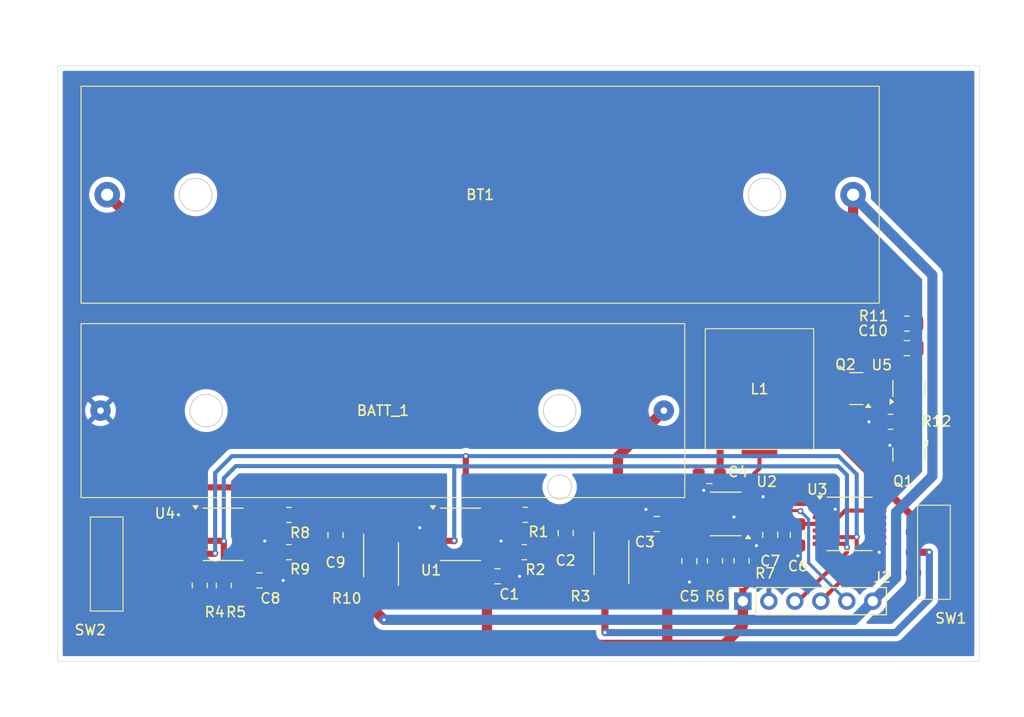
<source format=kicad_pcb>
(kicad_pcb (version 20241229) (generator "pcbnew") (generator_version "9.0")
  (title_block (title "Joule Thief 0") (date "2025-03-14") (rev "2") (company "Suneater Labs"))
  (layers (0 "F.Cu" signal) (2 "B.Cu" signal) (13 "F.Paste" user) (15 "B.Paste" user) (5 "F.SilkS" user "F.Silkscreen") (7 "B.SilkS" user "B.Silkscreen") (1 "F.Mask" user) (3 "B.Mask" user) (25 "Edge.Cuts" user))
  (net 0 "")
  (net 1 "+ALK")
  (net 2 "GND")
  (net 3 "LITH")
  (net 4 "Net-(BT1--)")
  (net 5 "V5+")
  (net 6 "Net-(C2-Pad1)")
  (net 7 "Net-(C2-Pad2)")
  (net 8 "Net-(SW1-B)")
  (net 9 "Net-(U2-AUX)")
  (net 10 "Net-(U2-LDO)")
  (net 11 "Net-(C9-Pad1)")
  (net 12 "Net-(C9-Pad2)")
  (net 13 "Net-(U5-VCC)")
  (net 14 "SDA")
  (net 15 "SHDN")
  (net 16 "SCL")
  (net 17 "Net-(U2-SWITCH)")
  (net 18 "Net-(Q1-D)")
  (net 19 "Net-(Q1-G)")
  (net 20 "Net-(Q2-G)")
  (net 21 "Net-(U1-IN+)")
  (net 22 "Net-(U1-IN-)")
  (net 23 "Net-(SW1-A)")
  (net 24 "Net-(U2-FB)")
  (net 25 "Net-(U4-IN+)")
  (net 26 "Net-(U4-IN-)")
  (net 27 "Net-(U5-CS)")
  (net 28 "MPPC")
  (net 34 "Net-(SW2-B)")
  (footprint "Joule Thief-Library:18650_Cell_Clip" (layer "F.Cu") (at 101.2475 42.405)
    (property "Reference" "BT1" (at 0 0 0) (layer "F.SilkS") (effects (font (thickness 0.16))))
    (property "Value" "Battery_Cell")
    (fp_circle (center -27.8 0) (end -26.2 0) (stroke (width 0.1)) (fill no) (layer "Edge.Cuts"))
    (fp_circle (center 27.8 0) (end 29.4 0) (stroke (width 0.1)) (fill no) (layer "Edge.Cuts"))
    (pad "1" thru_hole circle (at 36.45 0) (size 2.5 2.5) (drill 1.2) (layers "*.Cu" "*.Mask") (net 3 "LITH"))
    (pad "2" thru_hole circle (at -36.45 0) (size 2.5 2.5) (drill 1.2) (layers "*.Cu" "*.Mask") (net 4 "Net-(BT1--)"))
  )
  (footprint "Joule Thief-Library:AA_Cell_Clip" (layer "F.Cu") (at 91.7475 63.505)
    (property "Reference" "BATT_1" (at 0 0 0) (layer "F.SilkS") (effects (font (thickness 0.16))))
    (property "Value" "Alkaline AA")
    (fp_circle (center -17.27 0) (end -15.68 0) (stroke (width 0.1)) (fill no) (layer "Edge.Cuts"))
    (fp_circle (center 17.27 0) (end 18.86 0) (stroke (width 0.1)) (fill no) (layer "Edge.Cuts"))
    (fp_circle (center 17.27 7.47) (end 18.45 7.47) (stroke (width 0.1)) (fill no) (layer "Edge.Cuts"))
    (pad "1" thru_hole circle (at 27.46 0) (size 2 2) (drill 0.65) (layers "*.Cu" "*.Mask") (net 1 "+ALK"))
    (pad "2" thru_hole circle (at -27.6 0) (size 2 2) (drill 0.65) (layers "*.Cu" "*.Mask") (net 2 "GND"))
  )
  (footprint "Resistor_SMD:R_0805_2012Metric_Pad1.20x1.40mm_HandSolder" (layer "F.Cu") (at 105.66 73.69)
    (property "Reference" "R1" (at 1.29 1.66 0) (layer "F.SilkS") (effects (font (thickness 0.16))))
    (property "Value" "10")
    (pad "1" smd roundrect (at -1 0) (size 1.2 1.4) (layers "F.Cu" "F.Mask" "F.Paste") (roundrect_rratio 0.208333) (net 21 "Net-(U1-IN+)"))
    (pad "2" smd roundrect (at 1 0) (size 1.2 1.4) (layers "F.Cu" "F.Mask" "F.Paste") (roundrect_rratio 0.208333) (net 6 "Net-(C2-Pad1)"))
  )
  (footprint "Package_SO:TSSOP-14_4.4x5mm_P0.65mm" (layer "F.Cu") (at 137.35 74.575)
    (property "Reference" "U3" (at -3.15 -3.375 180) (layer "F.SilkS") (effects (font (thickness 0.16))))
    (property "Value" "AD5280")
    (pad "1" smd roundrect (at -2.8625 -1.95) (size 1.475 0.4) (layers "F.Cu" "F.Mask" "F.Paste") (net 28 "MPPC"))
    (pad "2" smd roundrect (at -2.8625 -1.3) (size 1.475 0.4) (layers "F.Cu" "F.Mask" "F.Paste") (net 28 "MPPC"))
    (pad "3" smd roundrect (at -2.8625 -0.65) (size 1.475 0.4) (layers "F.Cu" "F.Mask" "F.Paste") (net 2 "GND"))
    (pad "4" smd roundrect (at -2.8625 0) (size 1.475 0.4) (layers "F.Cu" "F.Mask" "F.Paste") (net 5 "V5+"))
    (pad "5" smd roundrect (at -2.8625 0.65) (size 1.475 0.4) (layers "F.Cu" "F.Mask" "F.Paste"))
    (pad "6" smd roundrect (at -2.8625 1.3) (size 1.475 0.4) (layers "F.Cu" "F.Mask" "F.Paste") (net 16 "SCL"))
    (pad "7" smd roundrect (at -2.8625 1.95) (size 1.475 0.4) (layers "F.Cu" "F.Mask" "F.Paste") (net 14 "SDA"))
    (pad "8" smd roundrect (at 2.8625 1.95) (size 1.475 0.4) (layers "F.Cu" "F.Mask" "F.Paste") (net 2 "GND"))
    (pad "9" smd roundrect (at 2.8625 1.3) (size 1.475 0.4) (layers "F.Cu" "F.Mask" "F.Paste") (net 2 "GND"))
    (pad "10" smd roundrect (at 2.8625 0.65) (size 1.475 0.4) (layers "F.Cu" "F.Mask" "F.Paste") (net 2 "GND"))
    (pad "11" smd roundrect (at 2.8625 0) (size 1.475 0.4) (layers "F.Cu" "F.Mask" "F.Paste") (net 2 "GND"))
    (pad "12" smd roundrect (at 2.8625 -0.65) (size 1.475 0.4) (layers "F.Cu" "F.Mask" "F.Paste"))
    (pad "13" smd roundrect (at 2.8625 -1.3) (size 1.475 0.4) (layers "F.Cu" "F.Mask" "F.Paste") (net 5 "V5+"))
    (pad "14" smd roundrect (at 2.8625 -1.95) (size 1.475 0.4) (layers "F.Cu" "F.Mask" "F.Paste"))
  )
  (footprint "Package_SO:MSOP-12_3x4.039mm_P0.65mm" (layer "F.Cu") (at 125.25 73.6 180)
    (property "Reference" "U2" (at -4 3.15 0) (layer "F.SilkS") (effects (font (thickness 0.16))))
    (property "Value" "LTC3105xMS")
    (pad "1" smd roundrect (at -2.15 -1.625 180) (size 1.45 0.4) (layers "F.Cu" "F.Mask" "F.Paste") (net 24 "Net-(U2-FB)"))
    (pad "2" smd roundrect (at -2.15 -0.975 180) (size 1.45 0.4) (layers "F.Cu" "F.Mask" "F.Paste") (net 10 "Net-(U2-LDO)"))
    (pad "3" smd roundrect (at -2.15 -0.325 180) (size 1.45 0.4) (layers "F.Cu" "F.Mask" "F.Paste") (net 2 "GND"))
    (pad "4" smd roundrect (at -2.15 0.325 180) (size 1.45 0.4) (layers "F.Cu" "F.Mask" "F.Paste") (net 15 "SHDN"))
    (pad "5" smd roundrect (at -2.15 0.975 180) (size 1.45 0.4) (layers "F.Cu" "F.Mask" "F.Paste") (net 28 "MPPC"))
    (pad "6" smd roundrect (at -2.15 1.625 180) (size 1.45 0.4) (layers "F.Cu" "F.Mask" "F.Paste") (net 2 "GND"))
    (pad "7" smd roundrect (at 2.15 1.625 180) (size 1.45 0.4) (layers "F.Cu" "F.Mask" "F.Paste") (net 2 "GND"))
    (pad "8" smd roundrect (at 2.15 0.975 180) (size 1.45 0.4) (layers "F.Cu" "F.Mask" "F.Paste") (net 23 "Net-(SW1-A)"))
    (pad "9" smd roundrect (at 2.15 0.325 180) (size 1.45 0.4) (layers "F.Cu" "F.Mask" "F.Paste") (net 17 "Net-(U2-SWITCH)"))
    (pad "10" smd roundrect (at 2.15 -0.325 180) (size 1.45 0.4) (layers "F.Cu" "F.Mask" "F.Paste"))
    (pad "11" smd roundrect (at 2.15 -0.975 180) (size 1.45 0.4) (layers "F.Cu" "F.Mask" "F.Paste") (net 5 "V5+"))
    (pad "12" smd roundrect (at 2.15 -1.625 180) (size 1.45 0.4) (layers "F.Cu" "F.Mask" "F.Paste") (net 9 "Net-(U2-AUX)"))
  )
  (footprint "Capacitor_SMD:C_0805_2012Metric_Pad1.18x1.45mm_HandSolder" (layer "F.Cu") (at 118.5 74.5875)
    (property "Reference" "C3" (at -1.15 1.75 0) (layer "F.SilkS") (effects (font (thickness 0.16))))
    (property "Value" "100u")
    (pad "1" smd roundrect (at -1.0375 0) (size 1.175 1.45) (layers "F.Cu" "F.Mask" "F.Paste") (roundrect_rratio 0.212766) (net 2 "GND"))
    (pad "2" smd roundrect (at 1.0375 0) (size 1.175 1.45) (layers "F.Cu" "F.Mask" "F.Paste") (roundrect_rratio 0.212766) (net 5 "V5+"))
  )
  (footprint "Resistor_SMD:R_0805_2012Metric_Pad1.20x1.40mm_HandSolder" (layer "F.Cu") (at 141.35 64.6)
    (property "Reference" "R12" (at 4.5 -0.05 0) (layer "F.SilkS") (effects (font (thickness 0.16))))
    (property "Value" "1k")
    (pad "1" smd roundrect (at -1 0) (size 1.2 1.4) (layers "F.Cu" "F.Mask" "F.Paste") (roundrect_rratio 0.208333) (net 2 "GND"))
    (pad "2" smd roundrect (at 1 0) (size 1.2 1.4) (layers "F.Cu" "F.Mask" "F.Paste") (roundrect_rratio 0.208333) (net 27 "Net-(U5-CS)"))
  )
  (footprint "Resistor_SMD:R_0805_2012Metric_Pad1.20x1.40mm_HandSolder" (layer "F.Cu") (at 124.2 78.175 90)
    (property "Reference" "R6" (at -3.475 0 180) (layer "F.SilkS") (effects (font (thickness 0.16))))
    (property "Value" "910k")
    (pad "1" smd roundrect (at -1 0 90) (size 1.2 1.4) (layers "F.Cu" "F.Mask" "F.Paste") (roundrect_rratio 0.208333) (net 5 "V5+"))
    (pad "2" smd roundrect (at 1 0 90) (size 1.2 1.4) (layers "F.Cu" "F.Mask" "F.Paste") (roundrect_rratio 0.208333) (net 24 "Net-(U2-FB)"))
  )
  (footprint "Resistor_SMD:R_0805_2012Metric_Pad1.20x1.40mm_HandSolder" (layer "F.Cu") (at 82.56 73.7025)
    (property "Reference" "R8" (at 1.09 1.7475 0) (layer "F.SilkS") (effects (font (thickness 0.16))))
    (property "Value" "10")
    (pad "1" smd roundrect (at -1 0) (size 1.2 1.4) (layers "F.Cu" "F.Mask" "F.Paste") (roundrect_rratio 0.208333) (net 25 "Net-(U4-IN+)"))
    (pad "2" smd roundrect (at 1 0) (size 1.2 1.4) (layers "F.Cu" "F.Mask" "F.Paste") (roundrect_rratio 0.208333) (net 12 "Net-(C9-Pad2)"))
  )
  (footprint "Resistor_SMD:R_0805_2012Metric_Pad1.20x1.40mm_HandSolder" (layer "F.Cu") (at 82.56 77.34)
    (property "Reference" "R9" (at 1.09 1.66 0) (layer "F.SilkS") (effects (font (thickness 0.16))))
    (property "Value" "10")
    (pad "1" smd roundrect (at -1 0) (size 1.2 1.4) (layers "F.Cu" "F.Mask" "F.Paste") (roundrect_rratio 0.208333) (net 26 "Net-(U4-IN-)"))
    (pad "2" smd roundrect (at 1 0) (size 1.2 1.4) (layers "F.Cu" "F.Mask" "F.Paste") (roundrect_rratio 0.208333) (net 11 "Net-(C9-Pad1)"))
  )
  (footprint "Capacitor_SMD:C_0805_2012Metric_Pad1.18x1.45mm_HandSolder" (layer "F.Cu") (at 109.61 75.49 -90)
    (property "Reference" "C2" (at 2.66 0.01 180) (layer "F.SilkS") (effects (font (thickness 0.16))))
    (property "Value" "0.1u")
    (pad "1" smd roundrect (at -1.0375 0 270) (size 1.175 1.45) (layers "F.Cu" "F.Mask" "F.Paste") (roundrect_rratio 0.212766) (net 6 "Net-(C2-Pad1)"))
    (pad "2" smd roundrect (at 1.0375 0 270) (size 1.175 1.45) (layers "F.Cu" "F.Mask" "F.Paste") (roundrect_rratio 0.212766) (net 7 "Net-(C2-Pad2)"))
  )
  (footprint "Package_TO_SOT_SMD:SOT-23" (layer "F.Cu") (at 143.15 67.8 -90)
    (property "Reference" "Q1" (at 2.6 0.55 180) (layer "F.SilkS") (effects (font (thickness 0.16))))
    (property "Value" "AO3400A")
    (pad "1" smd roundrect (at -0.9375 -0.95 270) (size 1.475 0.6) (layers "F.Cu" "F.Mask" "F.Paste") (net 19 "Net-(Q1-G)"))
    (pad "2" smd roundrect (at -0.9375 0.95 270) (size 1.475 0.6) (layers "F.Cu" "F.Mask" "F.Paste") (net 2 "GND"))
    (pad "3" smd roundrect (at 0.9375 0 270) (size 1.475 0.6) (layers "F.Cu" "F.Mask" "F.Paste") (net 18 "Net-(Q1-D)"))
  )
  (footprint "Capacitor_SMD:C_0805_2012Metric_Pad1.18x1.45mm_HandSolder" (layer "F.Cu") (at 87.1125 75.665 90)
    (property "Reference" "C9" (at -2.685 0 180) (layer "F.SilkS") (effects (font (thickness 0.16))))
    (property "Value" "0.1u")
    (pad "1" smd roundrect (at -1.0375 0 90) (size 1.175 1.45) (layers "F.Cu" "F.Mask" "F.Paste") (roundrect_rratio 0.212766) (net 11 "Net-(C9-Pad1)"))
    (pad "2" smd roundrect (at 1.0375 0 90) (size 1.175 1.45) (layers "F.Cu" "F.Mask" "F.Paste") (roundrect_rratio 0.212766) (net 12 "Net-(C9-Pad2)"))
  )
  (footprint "Capacitor_SMD:C_0805_2012Metric_Pad1.18x1.45mm_HandSolder" (layer "F.Cu") (at 121.7 78.2125 -90)
    (property "Reference" "C5" (at 3.4375 0 180) (layer "F.SilkS") (effects (font (thickness 0.16))))
    (property "Value" "1u")
    (pad "1" smd roundrect (at -1.0375 0 270) (size 1.175 1.45) (layers "F.Cu" "F.Mask" "F.Paste") (roundrect_rratio 0.212766) (net 9 "Net-(U2-AUX)"))
    (pad "2" smd roundrect (at 1.0375 0 270) (size 1.175 1.45) (layers "F.Cu" "F.Mask" "F.Paste") (roundrect_rratio 0.212766) (net 2 "GND"))
  )
  (footprint "Connector_PinSocket_2.54mm:PinSocket_1x06_P2.54mm_Vertical" (layer "F.Cu") (at 126.925 82.125 90)
    (property "Reference" "J2" (at 2.325 13.625 180) (layer "F.SilkS") (effects (font (thickness 0.16))))
    (property "Value" "Conn_01x06_Socket")
    (pad "1" thru_hole rect (at 0 0 90) (size 1.7 1.7) (drill 1) (layers "*.Cu" "*.Mask") (net 5 "V5+"))
    (pad "2" thru_hole oval (at 0 2.54 90) (size 1.7 1.7) (drill 1) (layers "*.Cu" "*.Mask") (net 2 "GND"))
    (pad "3" thru_hole oval (at 0 5.08 90) (size 1.7 1.7) (drill 1) (layers "*.Cu" "*.Mask") (net 14 "SDA"))
    (pad "4" thru_hole oval (at 0 7.62 90) (size 1.7 1.7) (drill 1) (layers "*.Cu" "*.Mask") (net 16 "SCL"))
    (pad "5" thru_hole oval (at 0 10.16 90) (size 1.7 1.7) (drill 1) (layers "*.Cu" "*.Mask") (net 15 "SHDN"))
    (pad "6" thru_hole oval (at 0 12.7 90) (size 1.7 1.7) (drill 1) (layers "*.Cu" "*.Mask") (net 3 "LITH"))
  )
  (footprint "Resistor_SMD:R_0805_2012Metric_Pad1.20x1.40mm_HandSolder" (layer "F.Cu") (at 105.56 77.34)
    (property "Reference" "R2" (at 1.09 1.71 0) (layer "F.SilkS") (effects (font (thickness 0.16))))
    (property "Value" "10")
    (pad "1" smd roundrect (at -1 0) (size 1.2 1.4) (layers "F.Cu" "F.Mask" "F.Paste") (roundrect_rratio 0.208333) (net 22 "Net-(U1-IN-)"))
    (pad "2" smd roundrect (at 1 0) (size 1.2 1.4) (layers "F.Cu" "F.Mask" "F.Paste") (roundrect_rratio 0.208333) (net 7 "Net-(C2-Pad2)"))
  )
  (footprint "Package_TO_SOT_SMD:SOT-23-6" (layer "F.Cu") (at 143.15 61.3375 90)
    (property "Reference" "U5" (at 2.2875 -2.65 0) (layer "F.SilkS") (effects (font (thickness 0.16))))
    (property "Value" "DW01A")
    (pad "1" smd roundrect (at -1.1375 -0.95 90) (size 1.325 0.6) (layers "F.Cu" "F.Mask" "F.Paste") (net 20 "Net-(Q2-G)"))
    (pad "2" smd roundrect (at -1.1375 0 90) (size 1.325 0.6) (layers "F.Cu" "F.Mask" "F.Paste") (net 27 "Net-(U5-CS)"))
    (pad "3" smd roundrect (at -1.1375 0.95 90) (size 1.325 0.6) (layers "F.Cu" "F.Mask" "F.Paste") (net 19 "Net-(Q1-G)"))
    (pad "4" smd roundrect (at 1.1375 0.95 90) (size 1.325 0.6) (layers "F.Cu" "F.Mask" "F.Paste"))
    (pad "5" smd roundrect (at 1.1375 0 90) (size 1.325 0.6) (layers "F.Cu" "F.Mask" "F.Paste") (net 13 "Net-(U5-VCC)"))
    (pad "6" smd roundrect (at 1.1375 -0.95 90) (size 1.325 0.6) (layers "F.Cu" "F.Mask" "F.Paste") (net 4 "Net-(BT1--)"))
  )
  (footprint "Capacitor_SMD:C_0805_2012Metric_Pad1.18x1.45mm_HandSolder" (layer "F.Cu") (at 123.65 69.9 180)
    (property "Reference" "C4" (at -2.8 0.4 0) (layer "F.SilkS") (effects (font (thickness 0.16))))
    (property "Value" "10u")
    (pad "1" smd roundrect (at -1.0375 0 180) (size 1.175 1.45) (layers "F.Cu" "F.Mask" "F.Paste") (roundrect_rratio 0.212766) (net 23 "Net-(SW1-A)"))
    (pad "2" smd roundrect (at 1.0375 0 180) (size 1.175 1.45) (layers "F.Cu" "F.Mask" "F.Paste") (roundrect_rratio 0.212766) (net 2 "GND"))
  )
  (footprint "Package_TO_SOT_SMD:SOT-23" (layer "F.Cu") (at 138.0125 61.35 180)
    (property "Reference" "Q2" (at 1.0625 2.35 0) (layer "F.SilkS") (effects (font (thickness 0.16))))
    (property "Value" "AO3400A")
    (pad "1" smd roundrect (at -0.9375 -0.95 180) (size 1.475 0.6) (layers "F.Cu" "F.Mask" "F.Paste") (net 20 "Net-(Q2-G)"))
    (pad "2" smd roundrect (at -0.9375 0.95 180) (size 1.475 0.6) (layers "F.Cu" "F.Mask" "F.Paste") (net 4 "Net-(BT1--)"))
    (pad "3" smd roundrect (at 0.9375 0 180) (size 1.475 0.6) (layers "F.Cu" "F.Mask" "F.Paste") (net 18 "Net-(Q1-D)"))
  )
  (footprint "Capacitor_SMD:C_0805_2012Metric_Pad1.18x1.45mm_HandSolder" (layer "F.Cu") (at 129.6 75.6375 -90)
    (property "Reference" "C7" (at 2.5625 0 180) (layer "F.SilkS") (effects (font (thickness 0.16))))
    (property "Value" "4.7u")
    (pad "1" smd roundrect (at -1.0375 0 270) (size 1.175 1.45) (layers "F.Cu" "F.Mask" "F.Paste") (roundrect_rratio 0.212766) (net 10 "Net-(U2-LDO)"))
    (pad "2" smd roundrect (at 1.0375 0 270) (size 1.175 1.45) (layers "F.Cu" "F.Mask" "F.Paste") (roundrect_rratio 0.212766) (net 2 "GND"))
  )
  (footprint "Capacitor_SMD:C_0805_2012Metric_Pad1.18x1.45mm_HandSolder" (layer "F.Cu") (at 132.3 75.65 -90)
    (property "Reference" "C6" (at 3.05 0 180) (layer "F.SilkS") (effects (font (thickness 0.16))))
    (property "Value" "0.1u")
    (pad "1" smd roundrect (at -1.0375 0 270) (size 1.175 1.45) (layers "F.Cu" "F.Mask" "F.Paste") (roundrect_rratio 0.212766) (net 5 "V5+"))
    (pad "2" smd roundrect (at 1.0375 0 270) (size 1.175 1.45) (layers "F.Cu" "F.Mask" "F.Paste") (roundrect_rratio 0.212766) (net 2 "GND"))
  )
  (footprint "Resistor_SMD:R_Shunt_Vishay_WSK2512_6332Metric_T1.19mm" (layer "F.Cu") (at 91.565 78.07 -90)
    (property "Reference" "R10" (at 3.78 3.365 180) (layer "F.SilkS") (effects (font (thickness 0.16))))
    (property "Value" "0.1R")
    (pad "1" smd roundrect (at -2.985 -0.635 270) (size 2.29 2.03) (layers "F.Cu" "F.Mask" "F.Paste") (roundrect_rratio 0.12) (net 34 "Net-(SW2-B)"))
    (pad "2" smd roundrect (at -3.43 1.27 270) (size 1.4 0.76) (layers "F.Cu" "F.Mask" "F.Paste") (roundrect_rratio 0.12) (net 12 "Net-(C9-Pad2)"))
    (pad "3" smd roundrect (at 3.43 -1.27 270) (size 1.4 0.76) (layers "F.Cu" "F.Mask" "F.Paste") (net 11 "Net-(C9-Pad1)"))
    (pad "4" smd roundrect (at 2.985 0.635 270) (size 2.29 2.03) (layers "F.Cu" "F.Mask" "F.Paste") (roundrect_rratio 0.12) (net 3 "LITH"))
  )
  (footprint "Package_SO:SOIC-8_3.9x4.9mm_P1.27mm" (layer "F.Cu") (at 76.135 75.595)
    (property "Reference" "U4" (at -5.685 -2.045 0) (layer "F.SilkS") (effects (font (thickness 0.16))))
    (property "Value" "INA219AxD")
    (pad "1" smd roundrect (at -2.475 -1.905) (size 1.95 0.6) (layers "F.Cu" "F.Mask" "F.Paste") (net 2 "GND"))
    (pad "2" smd roundrect (at -2.475 -0.635) (size 1.95 0.6) (layers "F.Cu" "F.Mask" "F.Paste") (net 5 "V5+"))
    (pad "3" smd roundrect (at -2.475 0.635) (size 1.95 0.6) (layers "F.Cu" "F.Mask" "F.Paste") (net 14 "SDA"))
    (pad "4" smd roundrect (at -2.475 1.905) (size 1.95 0.6) (layers "F.Cu" "F.Mask" "F.Paste") (net 16 "SCL"))
    (pad "5" smd roundrect (at 2.475 1.905) (size 1.95 0.6) (layers "F.Cu" "F.Mask" "F.Paste") (net 5 "V5+"))
    (pad "6" smd roundrect (at 2.475 0.635) (size 1.95 0.6) (layers "F.Cu" "F.Mask" "F.Paste") (net 2 "GND"))
    (pad "7" smd roundrect (at 2.475 -0.635) (size 1.95 0.6) (layers "F.Cu" "F.Mask" "F.Paste") (net 26 "Net-(U4-IN-)"))
    (pad "8" smd roundrect (at 2.475 -1.905) (size 1.95 0.6) (layers "F.Cu" "F.Mask" "F.Paste") (net 25 "Net-(U4-IN+)"))
  )
  (footprint "Resistor_SMD:R_Shunt_Vishay_WSK2512_6332Metric_T1.19mm" (layer "F.Cu") (at 114.08 77.87 -90)
    (property "Reference" "R3" (at 3.78 3.03 180) (layer "F.SilkS") (effects (font (thickness 0.16))))
    (property "Value" "0.1R")
    (pad "1" smd roundrect (at -2.985 -0.635 270) (size 2.29 2.03) (layers "F.Cu" "F.Mask" "F.Paste") (roundrect_rratio 0.12) (net 1 "+ALK"))
    (pad "2" smd roundrect (at -3.43 1.27 270) (size 1.4 0.76) (layers "F.Cu" "F.Mask" "F.Paste") (roundrect_rratio 0.12) (net 6 "Net-(C2-Pad1)"))
    (pad "3" smd roundrect (at 3.43 -1.27 270) (size 1.4 0.76) (layers "F.Cu" "F.Mask" "F.Paste") (net 7 "Net-(C2-Pad2)"))
    (pad "4" smd roundrect (at 2.985 0.635 270) (size 2.29 2.03) (layers "F.Cu" "F.Mask" "F.Paste") (roundrect_rratio 0.12) (net 8 "Net-(SW1-B)"))
  )
  (footprint "Joule Thief-Library:Power_Inductor_101040" (layer "F.Cu") (at 128.55 61.4 -90)
    (property "Reference" "L1" (at 0 0 0) (layer "F.SilkS") (effects (font (thickness 0.16))))
    (property "Value" "10u")
    (pad "1" smd roundrect (at -4.75 0) (size 3.5 4) (layers "F.Cu" "F.Mask" "F.Paste") (roundrect_rratio 0.15) (net 23 "Net-(SW1-A)"))
    (pad "2" smd roundrect (at 4.75 0) (size 3.5 4) (layers "F.Cu" "F.Mask" "F.Paste") (roundrect_rratio 0.15) (net 17 "Net-(U2-SWITCH)"))
  )
  (footprint "Resistor_SMD:R_0805_2012Metric_Pad1.20x1.40mm_HandSolder" (layer "F.Cu") (at 126.8 78.175 -90)
    (property "Reference" "R7" (at 1.225 -2.3 180) (layer "F.SilkS") (effects (font (thickness 0.16))))
    (property "Value" "220k")
    (pad "1" smd roundrect (at -1 0 270) (size 1.2 1.4) (layers "F.Cu" "F.Mask" "F.Paste") (roundrect_rratio 0.208333) (net 24 "Net-(U2-FB)"))
    (pad "2" smd roundrect (at 1 0 270) (size 1.2 1.4) (layers "F.Cu" "F.Mask" "F.Paste") (roundrect_rratio 0.208333) (net 2 "GND"))
  )
  (footprint "Resistor_SMD:R_0805_2012Metric_Pad1.20x1.40mm_HandSolder" (layer "F.Cu") (at 142.95 55 180)
    (property "Reference" "R11" (at 3.25 0.75 0) (layer "F.SilkS") (effects (font (thickness 0.16))))
    (property "Value" "100")
    (pad "1" smd roundrect (at -1 0 180) (size 1.2 1.4) (layers "F.Cu" "F.Mask" "F.Paste") (roundrect_rratio 0.208333) (net 13 "Net-(U5-VCC)"))
    (pad "2" smd roundrect (at 1 0 180) (size 1.2 1.4) (layers "F.Cu" "F.Mask" "F.Paste") (roundrect_rratio 0.208333) (net 3 "LITH"))
  )
  (footprint "Capacitor_SMD:C_0805_2012Metric_Pad1.18x1.45mm_HandSolder" (layer "F.Cu") (at 79.69 80.1025)
    (property "Reference" "C8" (at 1.06 1.7475 180) (layer "F.SilkS") (effects (font (thickness 0.16))))
    (property "Value" "0.1u")
    (pad "1" smd roundrect (at -1.0375 0) (size 1.175 1.45) (layers "F.Cu" "F.Mask" "F.Paste") (roundrect_rratio 0.212766) (net 5 "V5+"))
    (pad "2" smd roundrect (at 1.0375 0) (size 1.175 1.45) (layers "F.Cu" "F.Mask" "F.Paste") (roundrect_rratio 0.212766) (net 2 "GND"))
  )
  (footprint "Joule Thief-Library:SMD_DPST_Switch" (layer "F.Cu") (at 145.6 77.35 -90)
    (property "Reference" "SW1" (at 6.45 -1.65 0) (layer "F.SilkS") (effects (font (thickness 0.16))))
    (property "Value" "SW_SPST")
    (pad "1" smd roundrect (at -2 2) (size 1.5 0.6) (layers "F.Cu" "F.Mask" "F.Paste") (roundrect_rratio 0.15) (net 23 "Net-(SW1-A)"))
    (pad "2" smd roundrect (at 0 2) (size 1.5 0.6) (layers "F.Cu" "F.Mask" "F.Paste") (roundrect_rratio 0.15) (net 8 "Net-(SW1-B)"))
    (pad "3" smd roundrect (at 2 2) (size 1.5 0.6) (layers "F.Cu" "F.Mask" "F.Paste") (roundrect_rratio 0.15))
    (pad "4" smd roundrect (at -2 -2) (size 1.5 0.6) (layers "F.Cu" "F.Mask" "F.Paste") (roundrect_rratio 0.15))
    (pad "5" smd roundrect (at 0 -2) (size 1.5 0.6) (layers "F.Cu" "F.Mask" "F.Paste") (roundrect_rratio 0.15))
    (pad "6" smd roundrect (at 2 -2) (size 1.5 0.6) (layers "F.Cu" "F.Mask" "F.Paste") (roundrect_rratio 0.15))
  )
  (footprint "Resistor_SMD:R_0805_2012Metric_Pad1.20x1.40mm_HandSolder" (layer "F.Cu") (at 76.2 80.6 90)
    (property "Reference" "R5" (at -2.6 1.2 0) (layer "F.SilkS") (effects (font (thickness 0.16))))
    (property "Value" "4.7k")
    (pad "1" smd roundrect (at -1 0 90) (size 1.2 1.4) (layers "F.Cu" "F.Mask" "F.Paste") (roundrect_rratio 0.208333) (net 5 "V5+"))
    (pad "2" smd roundrect (at 1 0 90) (size 1.2 1.4) (layers "F.Cu" "F.Mask" "F.Paste") (roundrect_rratio 0.208333) (net 14 "SDA"))
  )
  (footprint "Resistor_SMD:R_0805_2012Metric_Pad1.20x1.40mm_HandSolder" (layer "F.Cu") (at 73.85 80.6 90)
    (property "Reference" "R4" (at -2.6 1.45 0) (layer "F.SilkS") (effects (font (thickness 0.16))))
    (property "Value" "4.7k")
    (pad "1" smd roundrect (at -1 0 90) (size 1.2 1.4) (layers "F.Cu" "F.Mask" "F.Paste") (roundrect_rratio 0.208333) (net 5 "V5+"))
    (pad "2" smd roundrect (at 1 0 90) (size 1.2 1.4) (layers "F.Cu" "F.Mask" "F.Paste") (roundrect_rratio 0.208333) (net 16 "SCL"))
  )
  (footprint "Capacitor_SMD:C_0805_2012Metric_Pad1.18x1.45mm_HandSolder" (layer "F.Cu") (at 102.9525 79.6975)
    (property "Reference" "C1" (at 1.1475 1.7525 0) (layer "F.SilkS") (effects (font (thickness 0.16))))
    (property "Value" "0.1u")
    (pad "1" smd roundrect (at -1.0375 0) (size 1.175 1.45) (layers "F.Cu" "F.Mask" "F.Paste") (roundrect_rratio 0.212766) (net 5 "V5+"))
    (pad "2" smd roundrect (at 1.0375 0) (size 1.175 1.45) (layers "F.Cu" "F.Mask" "F.Paste") (roundrect_rratio 0.212766) (net 2 "GND"))
  )
  (footprint "Package_SO:SOIC-8_3.9x4.9mm_P1.27mm" (layer "F.Cu") (at 99.335 75.595)
    (property "Reference" "U1" (at -2.885 3.505 0) (layer "F.SilkS") (effects (font (thickness 0.16))))
    (property "Value" "INA219AxD")
    (pad "1" smd roundrect (at -2.475 -1.905) (size 1.95 0.6) (layers "F.Cu" "F.Mask" "F.Paste") (net 2 "GND"))
    (pad "2" smd roundrect (at -2.475 -0.635) (size 1.95 0.6) (layers "F.Cu" "F.Mask" "F.Paste") (net 2 "GND"))
    (pad "3" smd roundrect (at -2.475 0.635) (size 1.95 0.6) (layers "F.Cu" "F.Mask" "F.Paste") (net 14 "SDA"))
    (pad "4" smd roundrect (at -2.475 1.905) (size 1.95 0.6) (layers "F.Cu" "F.Mask" "F.Paste") (net 16 "SCL"))
    (pad "5" smd roundrect (at 2.475 1.905) (size 1.95 0.6) (layers "F.Cu" "F.Mask" "F.Paste") (net 5 "V5+"))
    (pad "6" smd roundrect (at 2.475 0.635) (size 1.95 0.6) (layers "F.Cu" "F.Mask" "F.Paste") (net 2 "GND"))
    (pad "7" smd roundrect (at 2.475 -0.635) (size 1.95 0.6) (layers "F.Cu" "F.Mask" "F.Paste") (net 22 "Net-(U1-IN-)"))
    (pad "8" smd roundrect (at 2.475 -1.905) (size 1.95 0.6) (layers "F.Cu" "F.Mask" "F.Paste") (net 21 "Net-(U1-IN+)"))
  )
  (footprint "Capacitor_SMD:C_0805_2012Metric_Pad1.18x1.45mm_HandSolder" (layer "F.Cu") (at 142.95 57.4 180)
    (property "Reference" "C10" (at 3.3 1.7 0) (layer "F.SilkS") (effects (font (thickness 0.16))))
    (property "Value" "0.1u")
    (pad "1" smd roundrect (at -1.0375 0 180) (size 1.175 1.45) (layers "F.Cu" "F.Mask" "F.Paste") (roundrect_rratio 0.212766) (net 13 "Net-(U5-VCC)"))
    (pad "2" smd roundrect (at 1.0375 0 180) (size 1.175 1.45) (layers "F.Cu" "F.Mask" "F.Paste") (roundrect_rratio 0.212766) (net 4 "Net-(BT1--)"))
  )
  (footprint "Joule Thief-Library:SMD_DPST_Switch" (layer "F.Cu") (at 64.75 78.5 90)
    (property "Reference" "SW2" (at -6.45 -1.6 0) (layer "F.SilkS") (effects (font (thickness 0.16))))
    (property "Value" "SW_SPST")
    (pad "1" smd roundrect (at -2 2 180) (size 1.5 0.6) (layers "F.Cu" "F.Mask" "F.Paste") (roundrect_rratio 0.15) (net 5 "V5+"))
    (pad "2" smd roundrect (at 0 2 180) (size 1.5 0.6) (layers "F.Cu" "F.Mask" "F.Paste") (roundrect_rratio 0.15) (net 34 "Net-(SW2-B)"))
    (pad "3" smd roundrect (at 2 2 180) (size 1.5 0.6) (layers "F.Cu" "F.Mask" "F.Paste") (roundrect_rratio 0.15))
    (pad "4" smd roundrect (at -2 -2 180) (size 1.5 0.6) (layers "F.Cu" "F.Mask" "F.Paste") (roundrect_rratio 0.15))
    (pad "5" smd roundrect (at 0 -2 180) (size 1.5 0.6) (layers "F.Cu" "F.Mask" "F.Paste") (roundrect_rratio 0.15))
    (pad "6" smd roundrect (at 2 -2 180) (size 1.5 0.6) (layers "F.Cu" "F.Mask" "F.Paste") (roundrect_rratio 0.15))
  )
  (gr_rect (start 59.95 29.8) (end 150.05 88) (stroke (width 0.05)) (fill no) (layer "Edge.Cuts"))
  (segment (start 119.2075 63.505) (end 114.715 67.9975) (width 1) (layer "F.Cu") (net 1))
  (segment (start 114.715 67.9975) (end 114.715 74.885) (width 1) (layer "F.Cu") (net 1))
  (segment (start 123.1 71.2) (end 123.1 71.3) (width 0.6) (layer "F.Cu") (net 2))
  (segment (start 128.275 76.675) (end 128.25 76.7) (width 0.4) (layer "F.Cu") (net 2))
  (segment (start 140.25 76.5625) (end 140.2125 76.525) (width 0.6) (layer "F.Cu") (net 2))
  (segment (start 142.1625 66.9) (end 142.2 66.8625) (width 0.6) (layer "F.Cu") (net 2))
  (segment (start 140.35 64.6) (end 139.25 64.6) (width 0.6) (layer "F.Cu") (net 2))
  (segment (start 141.3 66.9) (end 142.1625 66.9) (width 0.6) (layer "F.Cu") (net 2))
  (segment (start 140.25 77.35) (end 140.25 76.5625) (width 0.6) (layer "F.Cu") (net 2))
  (segment (start 127.275 79.175) (end 128.25 78.2) (width 0.6) (layer "F.Cu") (net 2))
  (segment (start 141.3375 66.8625) (end 141.3 66.9) (width 0.3) (layer "F.Cu") (net 2))
  (segment (start 126.8 79.175) (end 127.275 79.175) (width 0.6) (layer "F.Cu") (net 2))
  (segment (start 96.86 74.96) (end 95.36 74.96) (width 0.6) (layer "F.Cu") (net 2))
  (segment (start 129.4 82.06) (end 129.465 82.125) (width 0.3) (layer "F.Cu") (net 2))
  (segment (start 105.0975 79.6975) (end 105.1 79.7) (width 0.3) (layer "F.Cu") (net 2))
  (segment (start 122.65 70.75) (end 123.1 71.2) (width 0.6) (layer "F.Cu") (net 2))
  (segment (start 122.6125 69.9) (end 122.65 69.9375) (width 0.6) (layer "F.Cu") (net 2))
  (segment (start 117.45 74.575) (end 117.4625 74.5875) (width 0.6) (layer "F.Cu") (net 2))
  (segment (start 128.85 71.975) (end 128.9 71.925) (width 0.4) (layer "F.Cu") (net 2))
  (segment (start 96.86 73.69) (end 96.86 74.96) (width 0.6) (layer "F.Cu") (net 2))
  (segment (start 134.4875 73.925) (end 135.224999 73.925) (width 0.3) (layer "F.Cu") (net 2))
  (segment (start 128.25 78.2) (end 128.25 76.7) (width 0.6) (layer "F.Cu") (net 2))
  (segment (start 123.1 71.975) (end 123.1 71.3) (width 0.4) (layer "F.Cu") (net 2))
  (segment (start 78.61 76.23) (end 80.18 76.23) (width 0.6) (layer "F.Cu") (net 2))
  (segment (start 140.2125 75.875) (end 140.2125 76.525) (width 0.6) (layer "F.Cu") (net 2))
  (segment (start 95.36 74.96) (end 95.35 74.95) (width 0.4) (layer "F.Cu") (net 2))
  (segment (start 103.28 76.23) (end 103.3 76.25) (width 0.3) (layer "F.Cu") (net 2))
  (segment (start 71.76 73.69) (end 73.66 73.69) (width 0.6) (layer "F.Cu") (net 2))
  (segment (start 101.81 76.23) (end 103.28 76.23) (width 0.6) (layer "F.Cu") (net 2))
  (segment (start 132.3 76.6875) (end 132.3 77.7) (width 0.6) (layer "F.Cu") (net 2))
  (segment (start 81.9975 80.1025) (end 82 80.1) (width 0.3) (layer "F.Cu") (net 2))
  (segment (start 127.4 73.925) (end 126.075 73.925) (width 0.4) (layer "F.Cu") (net 2))
  (segment (start 129.6 76.675) (end 128.275 76.675) (width 0.6) (layer "F.Cu") (net 2))
  (segment (start 140.2125 77.3125) (end 140.25 77.35) (width 0.3) (layer "F.Cu") (net 2))
  (segment (start 121.7 80.2) (end 121.65 80.25) (width 0.3) (layer "F.Cu") (net 2))
  (segment (start 140.2125 75.225) (end 140.2125 75.875) (width 0.6) (layer "F.Cu") (net 2))
  (segment (start 122.65 69.9375) (end 122.65 70.75) (width 0.6) (layer "F.Cu") (net 2))
  (segment (start 140.2125 74.575) (end 140.2125 75.225) (width 0.4) (layer "F.Cu") (net 2))
  (segment (start 126.075 73.925) (end 126.05 73.95) (width 0.3) (layer "F.Cu") (net 2))
  (segment (start 135.224999 73.925) (end 135.95 73.199999) (width 0.3) (layer "F.Cu") (net 2))
  (segment (start 80.7275 80.1025) (end 80.7275 80.3275) (width 0.3) (layer "F.Cu") (net 2))
  (segment (start 80.18 76.23) (end 80.2 76.25) (width 0.3) (layer "F.Cu") (net 2))
  (segment (start 80.7275 80.1025) (end 81.9975 80.1025) (width 0.6) (layer "F.Cu") (net 2))
  (segment (start 121.7 79.25) (end 121.7 80.2) (width 0.6) (layer "F.Cu") (net 2))
  (segment (start 127.4 71.975) (end 128.85 71.975) (width 0.4) (layer "F.Cu") (net 2))
  (segment (start 103.99 79.6975) (end 105.0975 79.6975) (width 0.6) (layer "F.Cu") (net 2))
  (segment (start 117.45 73.1625) (end 117.45 74.575) (width 0.6) (layer "F.Cu") (net 2))
  (via (at 95.35 74.95) (size 0.6) (drill 0.3) (layers "F.Cu" "B.Cu") (net 2))
  (via (at 71.76 73.69) (size 0.6) (drill 0.3) (layers "F.Cu" "B.Cu") (net 2))
  (via (at 132.3 77.7) (size 0.6) (drill 0.3) (layers "F.Cu" "B.Cu") (net 2))
  (via (at 126.05 73.9) (size 0.6) (drill 0.3) (layers "F.Cu" "B.Cu") (net 2))
  (via (at 123.1 71.3) (size 0.6) (drill 0.3) (layers "F.Cu" "B.Cu") (net 2))
  (via (at 128.25 76.7) (size 0.6) (drill 0.3) (layers "F.Cu" "B.Cu") (net 2))
  (via (at 135.95 73.15) (size 0.6) (drill 0.3) (layers "F.Cu" "B.Cu") (net 2))
  (via (at 121.7 80.25) (size 0.6) (drill 0.3) (layers "F.Cu" "B.Cu") (net 2))
  (via (at 117.45 73.1625) (size 0.6) (drill 0.3) (layers "F.Cu" "B.Cu") (net 2))
  (via (at 103.3 76.25) (size 0.6) (drill 0.3) (layers "F.Cu" "B.Cu") (net 2))
  (via (at 140.25 77.35) (size 0.6) (drill 0.3) (layers "F.Cu" "B.Cu") (net 2))
  (via (at 82 80.1) (size 0.6) (drill 0.3) (layers "F.Cu" "B.Cu") (net 2))
  (via (at 128.9 71.925) (size 0.6) (drill 0.3) (layers "F.Cu" "B.Cu") (net 2))
  (via (at 105.1 79.7) (size 0.6) (drill 0.3) (layers "F.Cu" "B.Cu") (net 2))
  (via (at 80.2 76.25) (size 0.6) (drill 0.3) (layers "F.Cu" "B.Cu") (net 2))
  (via (at 139.25 64.6) (size 0.6) (drill 0.3) (layers "F.Cu" "B.Cu") (net 2))
  (via (at 141.3 66.9) (size 0.6) (drill 0.3) (layers "F.Cu" "B.Cu") (net 2))
  (segment (start 141.95 51.8) (end 141.95 55) (width 1) (layer "F.Cu") (net 3))
  (segment (start 90.9 83) (end 90.93 82.97) (width 1) (layer "F.Cu") (net 3))
  (segment (start 91.85 83.95) (end 90.9 83) (width 1) (layer "F.Cu") (net 3))
  (segment (start 137.6975 42.405) (end 137.6975 47.5475) (width 1) (layer "F.Cu") (net 3))
  (segment (start 137.95 47.8) (end 141.95 51.8) (width 1) (layer "F.Cu") (net 3))
  (segment (start 90.93 82.97) (end 90.93 81.055) (width 1) (layer "F.Cu") (net 3))
  (segment (start 137.6975 47.5475) (end 137.95 47.8) (width 1) (layer "F.Cu") (net 3))
  (via (at 91.85 83.95) (size 0.6) (drill 0.3) (layers "F.Cu" "B.Cu") (net 3))
  (segment (start 141.9 73.45) (end 145.45 69.9) (width 1) (layer "B.Cu") (net 3))
  (segment (start 141.9 79.85) (end 141.9 73.45) (width 1) (layer "B.Cu") (net 3))
  (segment (start 145.45 69.9) (end 145.45 50.2575) (width 1) (layer "B.Cu") (net 3))
  (segment (start 91.85 83.95) (end 137.8 83.95) (width 1) (layer "B.Cu") (net 3))
  (segment (start 139.625 82.125) (end 141.9 79.85) (width 1) (layer "B.Cu") (net 3))
  (segment (start 137.6975 42.505) (end 137.6975 42.405) (width 0.3) (layer "B.Cu") (net 3))
  (segment (start 137.8 83.95) (end 139.625 82.125) (width 1) (layer "B.Cu") (net 3))
  (segment (start 145.4 50.2075) (end 137.6975 42.505) (width 1) (layer "B.Cu") (net 3))
  (segment (start 73.6425 51.25) (end 132.2 51.25) (width 1) (layer "F.Cu") (net 4))
  (segment (start 142.2 60.2) (end 142.2 59) (width 0.6) (layer "F.Cu") (net 4))
  (segment (start 142.2 59) (end 141.9125 58.7125) (width 0.6) (layer "F.Cu") (net 4))
  (segment (start 142 60.4) (end 142.2 60.2) (width 0.4) (layer "F.Cu") (net 4))
  (segment (start 64.7975 42.405) (end 73.6425 51.25) (width 1) (layer "F.Cu") (net 4))
  (segment (start 138.95 60.4) (end 142 60.4) (width 0.6) (layer "F.Cu") (net 4))
  (segment (start 142.2 57.6875) (end 141.9125 57.4) (width 0.4) (layer "F.Cu") (net 4))
  (segment (start 141.9125 58.7125) (end 141.9125 57.4) (width 0.6) (layer "F.Cu") (net 4))
  (segment (start 132.2 51.25) (end 138.95 58) (width 1) (layer "F.Cu") (net 4))
  (segment (start 138.95 58) (end 138.95 60.4) (width 1) (layer "F.Cu") (net 4))
  (segment (start 73.85 81.6) (end 73.85 83.35) (width 1) (layer "F.Cu") (net 5))
  (segment (start 119.5375 74.5875) (end 119.55 74.6) (width 0.5) (layer "F.Cu") (net 5))
  (segment (start 140.2125 73.275) (end 136.925 73.275) (width 0.4) (layer "F.Cu") (net 5))
  (segment (start 119.55 86.399) (end 125.051 86.399) (width 1) (layer "F.Cu") (net 5))
  (segment (start 71.64 74.96) (end 70.9 75.7) (width 0.7) (layer "F.Cu") (net 5))
  (segment (start 124.2 80.15) (end 124.2 79.175) (width 0.7) (layer "F.Cu") (net 5))
  (segment (start 70.9 80.5) (end 70.9 83.5) (width 1) (layer "F.Cu") (net 5))
  (segment (start 70.9 83.5) (end 72.3 84.9) (width 1) (layer "F.Cu") (net 5))
  (segment (start 119.55 74.575) (end 119.5375 74.5875) (width 0.4) (layer "F.Cu") (net 5))
  (segment (start 123.1 74.575) (end 119.55 74.575) (width 0.4) (layer "F.Cu") (net 5))
  (segment (start 131.4875 74.6125) (end 130.95 75.15) (width 0.7) (layer "F.Cu") (net 5))
  (segment (start 136.925 73.275) (end 135.625 74.575) (width 0.4) (layer "F.Cu") (net 5))
  (segment (start 73.799 86.399) (end 115.101 86.399) (width 1) (layer "F.Cu") (net 5))
  (segment (start 132.3 74.6125) (end 131.4875 74.6125) (width 0.7) (layer "F.Cu") (net 5))
  (segment (start 78.6525 80.1025) (end 78.6525 80.9475) (width 1) (layer "F.Cu") (net 5))
  (segment (start 76.2 81.6) (end 73.85 81.6) (width 1) (layer "F.Cu") (net 5))
  (segment (start 124.4 80.35) (end 124.2 80.15) (width 0.7) (layer "F.Cu") (net 5))
  (segment (start 130.2 80.35) (end 127.5 80.35) (width 0.7) (layer "F.Cu") (net 5))
  (segment (start 134.4875 74.575) (end 132.3375 74.575) (width 0.4) (layer "F.Cu") (net 5))
  (segment (start 70.9 75.7) (end 70.9 80.5) (width 1) (layer "F.Cu") (net 5))
  (segment (start 78 81.6) (end 76.2 81.6) (width 1) (layer "F.Cu") (net 5))
  (segment (start 78.6525 80.9475) (end 78 81.6) (width 1) (layer "F.Cu") (net 5))
  (segment (start 72.3 84.9) (end 73.799 86.399) (width 1) (layer "F.Cu") (net 5))
  (segment (start 125.051 86.399) (end 126.925 84.525) (width 1) (layer "F.Cu") (net 5))
  (segment (start 130.95 75.15) (end 130.95 79.6) (width 0.7) (layer "F.Cu") (net 5))
  (segment (start 78.61 79.52) (end 78.6525 79.5625) (width 0.4) (layer "F.Cu") (net 5))
  (segment (start 73.85 83.35) (end 72.3 84.9) (width 1) (layer "F.Cu") (net 5))
  (segment (start 130.95 79.6) (end 130.2 80.35) (width 0.7) (layer "F.Cu") (net 5))
  (segment (start 132.3375 74.575) (end 132.3 74.6125) (width 0.4) (layer "F.Cu") (net 5))
  (segment (start 101.915 79.6975) (end 101.915 86.199) (width 1) (layer "F.Cu") (net 5))
  (segment (start 135.625 74.575) (end 134.4875 74.575) (width 0.4) (layer "F.Cu") (net 5))
  (segment (start 127.5 80.35) (end 126.925 80.925) (width 0.7) (layer "F.Cu") (net 5))
  (segment (start 119.5375 86.3865) (end 119.55 86.399) (width 1) (layer "F.Cu") (net 5))
  (segment (start 119.5375 74.975) (end 119.5375 86.3865) (width 1) (layer "F.Cu") (net 5))
  (segment (start 126.925 80.925) (end 126.925 82.125) (width 0.7) (layer "F.Cu") (net 5))
  (segment (start 134.45 74.6125) (end 134.4875 74.575) (width 0.3) (layer "F.Cu") (net 5))
  (segment (start 101.81 79.5925) (end 101.915 79.6975) (width 0.4) (layer "F.Cu") (net 5))
  (segment (start 73.66 74.96) (end 71.64 74.96) (width 0.6) (layer "F.Cu") (net 5))
  (segment (start 127.5 80.35) (end 124.4 80.35) (width 0.7) (layer "F.Cu") (net 5))
  (segment (start 101.81 77.5) (end 101.81 79.5925) (width 0.6) (layer "F.Cu") (net 5))
  (segment (start 126.8 82) (end 126.925 82.125) (width 0.3) (layer "F.Cu") (net 5))
  (segment (start 78.61 77.5) (end 78.61 79.52) (width 0.6) (layer "F.Cu") (net 5))
  (segment (start 66.75 80.5) (end 70.9 80.5) (width 0.6) (layer "F.Cu") (net 5))
  (segment (start 126.925 84.525) (end 126.925 82.125) (width 1) (layer "F.Cu") (net 5))
  (segment (start 115.101 86.399) (end 119.55 86.399) (width 1) (layer "F.Cu") (net 5))
  (segment (start 112.7975 74.4525) (end 112.81 74.44) (width 0.3) (layer "F.Cu") (net 6))
  (segment (start 109.61 74.4525) (end 112.7975 74.4525) (width 0.3) (layer "F.Cu") (net 6))
  (segment (start 107.69 73.69) (end 108.4525 74.4525) (width 0.3) (layer "F.Cu") (net 6))
  (segment (start 106.66 73.69) (end 107.69 73.69) (width 0.3) (layer "F.Cu") (net 6))
  (segment (start 108.4525 74.4525) (end 109.61 74.4525) (width 0.3) (layer "F.Cu") (net 6))
  (segment (start 112.7275 76.5275) (end 115.35 79.15) (width 0.3) (layer "F.Cu") (net 7))
  (segment (start 115.35 79.15) (end 115.35 81.3) (width 0.3) (layer "F.Cu") (net 7))
  (segment (start 109.61 76.5275) (end 108.4725 76.5275) (width 0.3) (layer "F.Cu") (net 7))
  (segment (start 108.4725 76.5275) (end 107.66 77.34) (width 0.3) (layer "F.Cu") (net 7))
  (segment (start 107.66 77.34) (end 106.56 77.34) (width 0.3) (layer "F.Cu") (net 7))
  (segment (start 109.61 76.5275) (end 112.7275 76.5275) (width 0.3) (layer "F.Cu") (net 7))
  (segment (start 113.445 80.855) (end 113.445 85.195) (width 0.7) (layer "F.Cu") (net 8))
  (segment (start 143.6 77.35) (end 145.15 77.35) (width 0.7) (layer "F.Cu") (net 8))
  (segment (start 113.445 85.195) (end 113.45 85.2) (width 0.7) (layer "F.Cu") (net 8))
  (via (at 113.45 85.2) (size 0.6) (drill 0.3) (layers "F.Cu" "B.Cu") (net 8))
  (via (at 145.15 77.35) (size 0.6) (drill 0.3) (layers "F.Cu" "B.Cu") (net 8))
  (segment (start 145.15 81.9) (end 141.85 85.2) (width 0.7) (layer "B.Cu") (net 8))
  (segment (start 145.15 77.35) (end 145.15 81.9) (width 0.7) (layer "B.Cu") (net 8))
  (segment (start 141.85 85.2) (end 113.45 85.2) (width 0.7) (layer "B.Cu") (net 8))
  (segment (start 122.25 75.225) (end 123.1 75.225) (width 0.4) (layer "F.Cu") (net 9))
  (segment (start 121.7 77.175) (end 121.7 75.775) (width 0.4) (layer "F.Cu") (net 9))
  (segment (start 121.7 75.775) (end 122.25 75.225) (width 0.4) (layer "F.Cu") (net 9))
  (segment (start 129.575 74.575) (end 129.6 74.6) (width 0.3) (layer "F.Cu") (net 10))
  (segment (start 127.4 74.575) (end 129.575 74.575) (width 0.4) (layer "F.Cu") (net 10))
  (segment (start 87.1125 76.7025) (end 89.8475 76.7025) (width 0.3) (layer "F.Cu") (net 11))
  (segment (start 85.4975 76.7025) (end 84.86 77.34) (width 0.3) (layer "F.Cu") (net 11))
  (segment (start 92.8525 81.4825) (end 92.835 81.5) (width 0.3) (layer "F.Cu") (net 11))
  (segment (start 84.86 77.34) (end 83.56 77.34) (width 0.3) (layer "F.Cu") (net 11))
  (segment (start 92.8525 79.7075) (end 92.8525 81.4825) (width 0.3) (layer "F.Cu") (net 11))
  (segment (start 87.1125 76.7025) (end 85.4975 76.7025) (width 0.3) (layer "F.Cu") (net 11))
  (segment (start 89.8475 76.7025) (end 92.8525 79.7075) (width 0.3) (layer "F.Cu") (net 11))
  (segment (start 90.2825 74.6275) (end 90.295 74.64) (width 0.3) (layer "F.Cu") (net 12))
  (segment (start 87.1125 74.6275) (end 90.2825 74.6275) (width 0.3) (layer "F.Cu") (net 12))
  (segment (start 87.1125 74.6275) (end 85.6775 74.6275) (width 0.3) (layer "F.Cu") (net 12))
  (segment (start 85.6775 74.6275) (end 84.7525 73.7025) (width 0.3) (layer "F.Cu") (net 12))
  (segment (start 84.7525 73.7025) (end 83.56 73.7025) (width 0.3) (layer "F.Cu") (net 12))
  (segment (start 143.15 60.2) (end 143.15 59.2) (width 0.6) (layer "F.Cu") (net 13))
  (segment (start 143.95 55) (end 143.95 57.3625) (width 0.6) (layer "F.Cu") (net 13))
  (segment (start 143.9875 58.3625) (end 143.9875 57.4) (width 0.6) (layer "F.Cu") (net 13))
  (segment (start 143.95 57.3625) (end 143.9875 57.4) (width 0.4) (layer "F.Cu") (net 13))
  (segment (start 143.15 59.2) (end 143.9875 58.3625) (width 0.6) (layer "F.Cu") (net 13))
  (segment (start 136.825 76.525) (end 137.1 76.8) (width 0.4) (layer "F.Cu") (net 14))
  (segment (start 132.3 82.15) (end 132.275 82.125) (width 0.4) (layer "F.Cu") (net 14))
  (segment (start 137.1 77.35) (end 132.3 82.15) (width 0.4) (layer "F.Cu") (net 14))
  (segment (start 98.693674 76.23) (end 98.716293 76.207381) (width 0.7) (layer "F.Cu") (net 14))
  (segment (start 96.86 76.23) (end 98.693674 76.23) (width 0.6) (layer "F.Cu") (net 14))
  (segment (start 96.9 76.27) (end 96.86 76.23) (width 0.3) (layer "F.Cu") (net 14))
  (segment (start 73.66 76.23) (end 76.18 76.23) (width 0.6) (layer "F.Cu") (net 14))
  (segment (start 132.275 82.125) (end 132.005 82.125) (width 0.4) (layer "F.Cu") (net 14))
  (segment (start 76.18 76.23) (end 76.2 76.25) (width 0.6) (layer "F.Cu") (net 14))
  (segment (start 134.4875 76.525) (end 136.825 76.525) (width 0.4) (layer "F.Cu") (net 14))
  (segment (start 76.2 79.6) (end 76.2 76.25) (width 0.6) (layer "F.Cu") (net 14))
  (segment (start 137.1 76.8) (end 137.1 77.35) (width 0.4) (layer "F.Cu") (net 14))
  (via (at 98.716293 76.207381) (size 0.6) (drill 0.3) (layers "F.Cu" "B.Cu") (net 14))
  (via (at 137.1 76.85) (size 0.6) (drill 0.3) (layers "F.Cu" "B.Cu") (net 14))
  (via (at 76.2 76.25) (size 0.6) (drill 0.3) (layers "F.Cu" "B.Cu") (net 14))
  (segment (start 76.2 70.1) (end 76.2 76.25) (width 0.4) (layer "B.Cu") (net 14))
  (segment (start 98.74 68.95) (end 98.72 68.93) (width 0.4) (layer "B.Cu") (net 14))
  (segment (start 137.1 76.8) (end 137.1 69.8) (width 0.4) (layer "B.Cu") (net 14))
  (segment (start 98.72 76.203674) (end 98.72 68.93) (width 0.4) (layer "B.Cu") (net 14))
  (segment (start 136.25 68.95) (end 98.74 68.95) (width 0.4) (layer "B.Cu") (net 14))
  (segment (start 77.37 68.93) (end 76.2 70.1) (width 0.4) (layer "B.Cu") (net 14))
  (segment (start 98.72 68.93) (end 77.37 68.93) (width 0.4) (layer "B.Cu") (net 14))
  (segment (start 137.1 69.8) (end 136.25 68.95) (width 0.4) (layer "B.Cu") (net 14))
  (segment (start 98.716293 76.207381) (end 98.72 76.203674) (width 0.4) (layer "B.Cu") (net 14))
  (segment (start 132.5 73.275) (end 127.4 73.275) (width 0.3) (layer "F.Cu") (net 15))
  (segment (start 132.55 73.325) (end 132.5 73.275) (width 0.3) (layer "F.Cu") (net 15))
  (via (at 132.55 73.325) (size 0.6) (drill 0.3) (layers "F.Cu" "B.Cu") (net 15))
  (segment (start 137.085 82.125) (end 133.35 78.39) (width 0.3) (layer "B.Cu") (net 15))
  (segment (start 133.35 74.125) (end 132.55 73.325) (width 0.3) (layer "B.Cu") (net 15))
  (segment (start 133.35 78.39) (end 133.35 77.65) (width 0.3) (layer "B.Cu") (net 15))
  (segment (start 133.35 77.65) (end 133.35 74.125) (width 0.3) (layer "B.Cu") (net 15))
  (segment (start 138.05 78.62) (end 134.545 82.125) (width 0.4) (layer "F.Cu") (net 16))
  (segment (start 99.1 77.5) (end 99.85 76.75) (width 0.6) (layer "F.Cu") (net 16))
  (segment (start 73.71 77.45) (end 73.66 77.5) (width 0.3) (layer "F.Cu") (net 16))
  (segment (start 134.4875 75.875) (end 138.025 75.875) (width 0.4) (layer "F.Cu") (net 16))
  (segment (start 138.025 75.875) (end 138.05 75.85) (width 0.4) (layer "F.Cu") (net 16))
  (segment (start 73.85 77.625) (end 73.85 79.6) (width 0.7) (layer "F.Cu") (net 16))
  (segment (start 73.66 77.5) (end 75.3 77.5) (width 0.6) (layer "F.Cu") (net 16))
  (segment (start 138.05 75.85) (end 138.05 78.62) (width 0.4) (layer "F.Cu") (net 16))
  (segment (start 99.85 76.75) (end 99.85 67.95) (width 0.6) (layer "F.Cu") (net 16))
  (segment (start 75.3 77.5) (end 75.35 77.45) (width 0.6) (layer "F.Cu") (net 16))
  (segment (start 96.86 77.5) (end 99.1 77.5) (width 0.6) (layer "F.Cu") (net 16))
  (via (at 99.85 67.95) (size 0.6) (drill 0.3) (layers "F.Cu" "B.Cu") (net 16))
  (via (at 138.05 75.85) (size 0.6) (drill 0.3) (layers "F.Cu" "B.Cu") (net 16))
  (via (at 75.35 77.45) (size 0.6) (drill 0.3) (layers "F.Cu" "B.Cu") (net 16))
  (segment (start 136.275 67.95) (end 138.05 69.725) (width 0.4) (layer "B.Cu") (net 16))
  (segment (start 99.85 67.95) (end 77 67.95) (width 0.4) (layer "B.Cu") (net 16))
  (segment (start 75.35 69.6) (end 75.35 77.45) (width 0.4) (layer "B.Cu") (net 16))
  (segment (start 99.85 67.95) (end 136.275 67.95) (width 0.4) (layer "B.Cu") (net 16))
  (segment (start 77 67.95) (end 75.35 69.6) (width 0.4) (layer "B.Cu") (net 16))
  (segment (start 138.05 69.725) (end 138.05 75.85) (width 0.4) (layer "B.Cu") (net 16))
  (segment (start 124.425 73.275) (end 128.55 69.15) (width 0.4) (layer "F.Cu") (net 17))
  (segment (start 123.1 73.275) (end 124.425 73.275) (width 0.4) (layer "F.Cu") (net 17))
  (segment (start 128.55 69.15) (end 128.55 66.15) (width 0.4) (layer "F.Cu") (net 17))
  (segment (start 137.075 64.375) (end 141.5 68.8) (width 0.6) (layer "F.Cu") (net 18))
  (segment (start 143.0875 68.8) (end 143.15 68.7375) (width 0.6) (layer "F.Cu") (net 18))
  (segment (start 137.075 61.35) (end 137.075 64.375) (width 0.6) (layer "F.Cu") (net 18))
  (segment (start 141.5 68.8) (end 143.0875 68.8) (width 0.6) (layer "F.Cu") (net 18))
  (segment (start 144.1 66.8625) (end 144.1 62.475) (width 0.6) (layer "F.Cu") (net 19))
  (segment (start 142.025 62.3) (end 142.2 62.475) (width 0.4) (layer "F.Cu") (net 20))
  (segment (start 138.95 62.3) (end 142.025 62.3) (width 0.6) (layer "F.Cu") (net 20))
  (segment (start 101.81 73.69) (end 104.66 73.69) (width 0.6) (layer "F.Cu") (net 21))
  (segment (start 104.56 76.09) (end 104.56 77.34) (width 0.6) (layer "F.Cu") (net 22))
  (segment (start 103.43 74.96) (end 104.56 76.09) (width 0.6) (layer "F.Cu") (net 22))
  (segment (start 101.81 74.96) (end 103.43 74.96) (width 0.6) (layer "F.Cu") (net 22))
  (segment (start 126.45 56.65) (end 124.7 58.4) (width 0.7) (layer "F.Cu") (net 23))
  (segment (start 124.7 69.8875) (end 124.6875 69.9) (width 0.7) (layer "F.Cu") (net 23))
  (segment (start 124.7 58.4) (end 124.7 69.8875) (width 0.7) (layer "F.Cu") (net 23))
  (segment (start 124.124999 72.625) (end 124.7 72.049999) (width 0.4) (layer "F.Cu") (net 23))
  (segment (start 128.55 58.9) (end 128.55 56.65) (width 0.7) (layer "F.Cu") (net 23))
  (segment (start 128.55 56.65) (end 126.45 56.65) (width 0.7) (layer "F.Cu") (net 23))
  (segment (start 124.7 72.049999) (end 124.7 69.9125) (width 0.4) (layer "F.Cu") (net 23))
  (segment (start 143.6 75.35) (end 143.6 73.95) (width 0.7) (layer "F.Cu") (net 23))
  (segment (start 123.1 72.625) (end 124.124999 72.625) (width 0.4) (layer "F.Cu") (net 23))
  (segment (start 143.6 73.95) (end 128.55 58.9) (width 0.7) (layer "F.Cu") (net 23))
  (segment (start 124.7 69.9125) (end 124.6875 69.9) (width 0.4) (layer "F.Cu") (net 23))
  (segment (start 127.4 75.225) (end 125.075 75.225) (width 0.4) (layer "F.Cu") (net 24))
  (segment (start 124.2 76.1) (end 124.2 77.175) (width 0.4) (layer "F.Cu") (net 24))
  (segment (start 124.2 77.175) (end 126.8 77.175) (width 1) (layer "F.Cu") (net 24))
  (segment (start 125.075 75.225) (end 124.2 76.1) (width 0.4) (layer "F.Cu") (net 24))
  (segment (start 81.5475 73.69) (end 81.56 73.7025) (width 0.6) (layer "F.Cu") (net 25))
  (segment (start 78.61 73.69) (end 81.5475 73.69) (width 0.6) (layer "F.Cu") (net 25))
  (segment (start 80.43 74.96) (end 81.56 76.09) (width 0.6) (layer "F.Cu") (net 26))
  (segment (start 81.56 76.09) (end 81.56 77.34) (width 0.6) (layer "F.Cu") (net 26))
  (segment (start 78.61 74.96) (end 80.43 74.96) (width 0.6) (layer "F.Cu") (net 26))
  (segment (start 142.35 64.6) (end 142.55 64.6) (width 0.6) (layer "F.Cu") (net 27))
  (segment (start 142.55 64.6) (end 143.15 64) (width 0.6) (layer "F.Cu") (net 27))
  (segment (start 143.15 64) (end 143.15 62.475) (width 0.6) (layer "F.Cu") (net 27))
  (segment (start 127.4 72.625) (end 134.4875 72.625) (width 0.4) (layer "F.Cu") (net 28))
  (segment (start 134.4875 72.625) (end 134.4875 73.275) (width 0.4) (layer "F.Cu") (net 28))
  (segment (start 68.2 78.5) (end 69.2 77.5) (width 0.6) (layer "F.Cu") (net 34))
  (segment (start 69.2 77.5) (end 69.2 72.55) (width 0.6) (layer "F.Cu") (net 34))
  (segment (start 92.2 72.5) (end 92.2 75.085) (width 0.6) (layer "F.Cu") (net 34))
  (segment (start 69.2 72.55) (end 70.75 71) (width 0.6) (layer "F.Cu") (net 34))
  (segment (start 70.75 71) (end 90.7 71) (width 0.6) (layer "F.Cu") (net 34))
  (segment (start 90.7 71) (end 92.2 72.5) (width 0.6) (layer "F.Cu") (net 34))
  (segment (start 66.75 78.5) (end 68.2 78.5) (width 0.6) (layer "F.Cu") (net 34))
  (zone (net 2) (net_name "GND") (layer "B.Cu") (connect_pads (clearance 0.5)) (min_thickness 0.25) (fill yes (thermal_gap 0.5) (thermal_bridge_width 0.5))
    (polygon (pts (xy 150.05 88) (xy 59.95 88) (xy 59.95 29.8) (xy 150.05 29.8)))
  )
)
</source>
